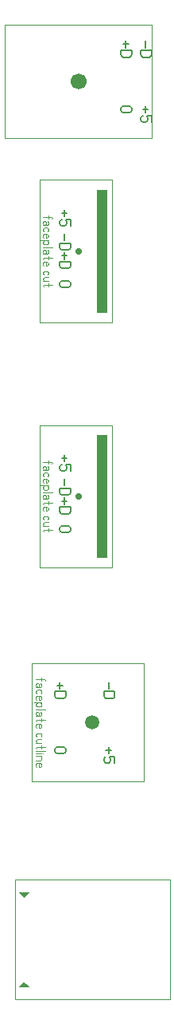
<source format=gbr>
%FSLAX34Y34*%
%MOMM*%
%LNCOPPER_BOTTOM*%
G71*
G01*
%ADD10C, 0.10*%
%ADD11C, 0.70*%
%ADD12C, 0.14*%
%ADD13C, 0.00*%
%ADD14C, 0.12*%
%ADD15C, 1.70*%
%ADD16C, 1.50*%
%LPD*%
G54D10*
X21100Y545501D02*
X21100Y394501D01*
X-56100Y394501D01*
X-56100Y545501D01*
X21100Y545501D01*
X-15000Y470000D02*
G54D11*
D03*
G54D12*
X-29844Y468570D02*
X-29844Y461636D01*
G54D12*
X-26956Y465103D02*
X-32733Y465103D01*
G54D12*
X-34900Y458459D02*
X-23345Y458459D01*
X-23345Y454126D01*
X-24067Y452392D01*
X-25511Y451526D01*
X-32733Y451526D01*
X-34178Y452392D01*
X-34900Y454126D01*
X-34900Y458459D01*
G54D12*
X-29844Y488570D02*
X-29844Y481636D01*
G54D12*
X-34900Y478459D02*
X-23345Y478459D01*
X-23345Y474126D01*
X-24067Y472392D01*
X-25511Y471526D01*
X-32733Y471526D01*
X-34178Y472392D01*
X-34900Y474126D01*
X-34900Y478459D01*
G54D12*
X-29844Y513570D02*
X-29844Y506636D01*
G54D12*
X-26956Y510103D02*
X-32733Y510103D01*
G54D12*
X-23345Y496526D02*
X-23345Y503459D01*
X-28400Y503459D01*
X-28400Y502592D01*
X-27678Y500859D01*
X-27678Y499126D01*
X-28400Y497392D01*
X-29844Y496526D01*
X-32733Y496526D01*
X-34178Y497392D01*
X-34900Y499126D01*
X-34900Y500859D01*
X-34178Y502592D01*
X-32733Y503459D01*
G54D12*
X-25511Y431614D02*
X-32733Y431614D01*
X-34178Y432481D01*
X-34900Y434214D01*
X-34900Y435948D01*
X-34178Y437681D01*
X-32733Y438548D01*
X-25511Y438548D01*
X-24067Y437681D01*
X-23345Y435948D01*
X-23345Y434214D01*
X-24067Y432481D01*
X-25511Y431614D01*
G36*
X15000Y535082D02*
X15000Y405082D01*
X5000Y405082D01*
X5000Y535082D01*
X15000Y535082D01*
G37*
G54D13*
X15000Y535082D02*
X15000Y405082D01*
X5000Y405082D01*
X5000Y535082D01*
X15000Y535082D01*
G54D14*
X-52500Y506043D02*
X-43333Y506043D01*
X-42722Y505310D01*
X-43089Y504576D01*
G54D14*
X-47000Y507510D02*
X-47000Y504576D01*
G54D14*
X-47611Y501888D02*
X-47000Y500421D01*
X-47000Y498661D01*
X-48222Y497488D01*
X-52500Y497488D01*
G54D14*
X-50667Y497488D02*
X-49444Y498221D01*
X-49200Y499688D01*
X-49444Y501154D01*
X-50667Y501888D01*
X-51889Y501594D01*
X-52500Y500421D01*
X-52500Y499688D01*
X-52500Y499394D01*
X-51889Y498221D01*
X-50667Y497488D01*
G54D14*
X-47367Y491132D02*
X-47000Y492599D01*
X-47367Y494066D01*
X-48589Y494799D01*
X-51033Y494799D01*
X-52256Y494066D01*
X-52500Y492599D01*
X-52256Y491132D01*
G54D14*
X-51889Y484043D02*
X-52500Y485216D01*
X-52500Y486683D01*
X-51889Y488150D01*
X-50667Y488443D01*
X-48589Y488443D01*
X-47367Y487710D01*
X-47000Y486243D01*
X-47367Y484776D01*
X-48222Y484043D01*
X-49444Y484043D01*
X-49444Y488443D01*
G54D14*
X-47000Y481354D02*
X-54944Y481354D01*
G54D14*
X-50667Y481354D02*
X-52256Y480620D01*
X-52500Y479154D01*
X-52256Y477687D01*
X-51033Y476954D01*
X-48589Y476954D01*
X-47367Y477687D01*
X-47000Y479154D01*
X-47367Y480620D01*
X-48833Y481354D01*
G54D14*
X-52500Y474265D02*
X-42722Y474265D01*
G54D14*
X-47611Y471576D02*
X-47000Y470109D01*
X-47000Y468349D01*
X-48222Y467176D01*
X-52500Y467176D01*
G54D14*
X-50667Y467176D02*
X-49444Y467909D01*
X-49200Y469376D01*
X-49444Y470843D01*
X-50667Y471576D01*
X-51889Y471283D01*
X-52500Y470109D01*
X-52500Y469376D01*
X-52500Y469083D01*
X-51889Y467909D01*
X-50667Y467176D01*
G54D14*
X-42722Y463020D02*
X-51889Y463020D01*
X-52500Y462287D01*
X-52256Y461554D01*
G54D14*
X-47000Y464487D02*
X-47000Y461554D01*
G54D14*
X-51889Y454465D02*
X-52500Y455638D01*
X-52500Y457105D01*
X-51889Y458572D01*
X-50667Y458865D01*
X-48589Y458865D01*
X-47367Y458132D01*
X-47000Y456665D01*
X-47367Y455198D01*
X-48222Y454465D01*
X-49444Y454465D01*
X-49444Y458865D01*
G54D14*
X-47367Y445273D02*
X-47000Y446740D01*
X-47367Y448206D01*
X-48589Y448940D01*
X-51033Y448940D01*
X-52256Y448206D01*
X-52500Y446740D01*
X-52256Y445273D01*
G54D14*
X-47000Y438184D02*
X-52500Y438184D01*
G54D14*
X-51278Y438184D02*
X-52256Y438917D01*
X-52500Y440384D01*
X-52256Y441850D01*
X-51278Y442584D01*
X-47000Y442584D01*
G54D14*
X-42722Y434028D02*
X-51889Y434028D01*
X-52500Y433295D01*
X-52256Y432562D01*
G54D14*
X-47000Y435495D02*
X-47000Y432562D01*
G54D10*
X21100Y805501D02*
X21100Y654501D01*
X-56100Y654501D01*
X-56100Y805501D01*
X21100Y805501D01*
X-15000Y730000D02*
G54D11*
D03*
G54D12*
X-29844Y728570D02*
X-29844Y721636D01*
G54D12*
X-26956Y725103D02*
X-32733Y725103D01*
G54D12*
X-34900Y718459D02*
X-23345Y718459D01*
X-23345Y714126D01*
X-24067Y712392D01*
X-25511Y711526D01*
X-32733Y711526D01*
X-34178Y712392D01*
X-34900Y714126D01*
X-34900Y718459D01*
G54D12*
X-29844Y748570D02*
X-29844Y741636D01*
G54D12*
X-34900Y738459D02*
X-23345Y738459D01*
X-23345Y734126D01*
X-24067Y732392D01*
X-25511Y731526D01*
X-32733Y731526D01*
X-34178Y732392D01*
X-34900Y734126D01*
X-34900Y738459D01*
G54D12*
X-29844Y773570D02*
X-29844Y766636D01*
G54D12*
X-26956Y770103D02*
X-32733Y770103D01*
G54D12*
X-23345Y756526D02*
X-23345Y763459D01*
X-28400Y763459D01*
X-28400Y762592D01*
X-27678Y760859D01*
X-27678Y759126D01*
X-28400Y757392D01*
X-29844Y756526D01*
X-32733Y756526D01*
X-34178Y757392D01*
X-34900Y759126D01*
X-34900Y760859D01*
X-34178Y762592D01*
X-32733Y763459D01*
G54D12*
X-25511Y691614D02*
X-32733Y691614D01*
X-34178Y692481D01*
X-34900Y694214D01*
X-34900Y695948D01*
X-34178Y697681D01*
X-32733Y698548D01*
X-25511Y698548D01*
X-24067Y697681D01*
X-23345Y695948D01*
X-23345Y694214D01*
X-24067Y692481D01*
X-25511Y691614D01*
G36*
X15000Y795082D02*
X15000Y665082D01*
X5000Y665082D01*
X5000Y795082D01*
X15000Y795082D01*
G37*
G54D13*
X15000Y795082D02*
X15000Y665082D01*
X5000Y665082D01*
X5000Y795082D01*
X15000Y795082D01*
G54D14*
X-52500Y766043D02*
X-43333Y766043D01*
X-42722Y765310D01*
X-43089Y764576D01*
G54D14*
X-47000Y767510D02*
X-47000Y764576D01*
G54D14*
X-47611Y761888D02*
X-47000Y760421D01*
X-47000Y758661D01*
X-48222Y757488D01*
X-52500Y757488D01*
G54D14*
X-50667Y757488D02*
X-49444Y758221D01*
X-49200Y759688D01*
X-49444Y761154D01*
X-50667Y761888D01*
X-51889Y761594D01*
X-52500Y760421D01*
X-52500Y759688D01*
X-52500Y759394D01*
X-51889Y758221D01*
X-50667Y757488D01*
G54D14*
X-47367Y751132D02*
X-47000Y752599D01*
X-47367Y754066D01*
X-48589Y754799D01*
X-51033Y754799D01*
X-52256Y754066D01*
X-52500Y752599D01*
X-52256Y751132D01*
G54D14*
X-51889Y744043D02*
X-52500Y745216D01*
X-52500Y746683D01*
X-51889Y748150D01*
X-50667Y748443D01*
X-48589Y748443D01*
X-47367Y747710D01*
X-47000Y746243D01*
X-47367Y744776D01*
X-48222Y744043D01*
X-49444Y744043D01*
X-49444Y748443D01*
G54D14*
X-47000Y741354D02*
X-54944Y741354D01*
G54D14*
X-50667Y741354D02*
X-52256Y740620D01*
X-52500Y739154D01*
X-52256Y737687D01*
X-51033Y736954D01*
X-48589Y736954D01*
X-47367Y737687D01*
X-47000Y739154D01*
X-47367Y740620D01*
X-48833Y741354D01*
G54D14*
X-52500Y734265D02*
X-42722Y734265D01*
G54D14*
X-47611Y731576D02*
X-47000Y730109D01*
X-47000Y728349D01*
X-48222Y727176D01*
X-52500Y727176D01*
G54D14*
X-50667Y727176D02*
X-49444Y727909D01*
X-49200Y729376D01*
X-49444Y730843D01*
X-50667Y731576D01*
X-51889Y731283D01*
X-52500Y730109D01*
X-52500Y729376D01*
X-52500Y729083D01*
X-51889Y727909D01*
X-50667Y727176D01*
G54D14*
X-42722Y723020D02*
X-51889Y723020D01*
X-52500Y722287D01*
X-52256Y721554D01*
G54D14*
X-47000Y724487D02*
X-47000Y721554D01*
G54D14*
X-51889Y714465D02*
X-52500Y715638D01*
X-52500Y717105D01*
X-51889Y718572D01*
X-50667Y718865D01*
X-48589Y718865D01*
X-47367Y718132D01*
X-47000Y716665D01*
X-47367Y715198D01*
X-48222Y714465D01*
X-49444Y714465D01*
X-49444Y718865D01*
G54D14*
X-47367Y705273D02*
X-47000Y706740D01*
X-47367Y708207D01*
X-48589Y708940D01*
X-51033Y708940D01*
X-52256Y708207D01*
X-52500Y706740D01*
X-52256Y705273D01*
G54D14*
X-47000Y698184D02*
X-52500Y698184D01*
G54D14*
X-51278Y698184D02*
X-52256Y698917D01*
X-52500Y700384D01*
X-52256Y701851D01*
X-51278Y702584D01*
X-47000Y702584D01*
G54D14*
X-42722Y694028D02*
X-51889Y694028D01*
X-52500Y693295D01*
X-52256Y692562D01*
G54D14*
X-47000Y695495D02*
X-47000Y692562D01*
G54D10*
X63550Y970293D02*
X63550Y849893D01*
X-93550Y849893D01*
X-93550Y970293D01*
X63550Y970293D01*
G54D12*
X56506Y883893D02*
X56506Y876960D01*
G54D12*
X59394Y880426D02*
X53617Y880426D01*
G54D12*
X63006Y866849D02*
X63006Y873782D01*
X57950Y873782D01*
X57950Y872915D01*
X58672Y871182D01*
X58672Y869449D01*
X57950Y867715D01*
X56506Y866849D01*
X53617Y866849D01*
X52172Y867715D01*
X51450Y869449D01*
X51450Y871182D01*
X52172Y872915D01*
X53617Y873782D01*
G54D12*
X39839Y876960D02*
X32617Y876960D01*
X31172Y877826D01*
X30450Y879560D01*
X30450Y881293D01*
X31172Y883026D01*
X32617Y883893D01*
X39839Y883893D01*
X41283Y883026D01*
X42006Y881293D01*
X42006Y879560D01*
X41283Y877826D01*
X39839Y876960D01*
G54D12*
X56506Y952893D02*
X56506Y945960D01*
G54D12*
X51450Y942782D02*
X63006Y942782D01*
X63006Y938449D01*
X62283Y936715D01*
X60839Y935849D01*
X53617Y935849D01*
X52172Y936715D01*
X51450Y938449D01*
X51450Y942782D01*
G54D12*
X35506Y952893D02*
X35506Y945960D01*
G54D12*
X38394Y949426D02*
X32617Y949426D01*
G54D12*
X30450Y942782D02*
X42006Y942782D01*
X42006Y938449D01*
X41283Y936715D01*
X39839Y935849D01*
X32617Y935849D01*
X31172Y936715D01*
X30450Y938449D01*
X30450Y942782D01*
X-15000Y910000D02*
G54D15*
D03*
G54D12*
X17328Y203893D02*
X17328Y196960D01*
G54D12*
X20216Y200426D02*
X14439Y200426D01*
G54D12*
X23828Y186849D02*
X23828Y193782D01*
X18772Y193782D01*
X18772Y192915D01*
X19494Y191182D01*
X19494Y189449D01*
X18772Y187715D01*
X17328Y186849D01*
X14439Y186849D01*
X12994Y187715D01*
X12272Y189449D01*
X12272Y191182D01*
X12994Y192915D01*
X14439Y193782D01*
G54D12*
X-30439Y196960D02*
X-37661Y196960D01*
X-39106Y197826D01*
X-39828Y199560D01*
X-39828Y201293D01*
X-39106Y203026D01*
X-37661Y203893D01*
X-30439Y203893D01*
X-28995Y203026D01*
X-28272Y201293D01*
X-28272Y199560D01*
X-28995Y197826D01*
X-30439Y196960D01*
G54D12*
X17328Y272893D02*
X17328Y265960D01*
G54D12*
X12272Y262782D02*
X23828Y262782D01*
X23828Y258449D01*
X23105Y256715D01*
X21661Y255849D01*
X14439Y255849D01*
X12994Y256715D01*
X12272Y258449D01*
X12272Y262782D01*
G54D12*
X-34772Y272893D02*
X-34772Y265960D01*
G54D12*
X-31884Y269426D02*
X-37661Y269426D01*
G54D12*
X-39828Y262782D02*
X-28272Y262782D01*
X-28272Y258449D01*
X-28995Y256715D01*
X-30439Y255849D01*
X-37661Y255849D01*
X-39106Y256715D01*
X-39828Y258449D01*
X-39828Y262782D01*
X0Y230000D02*
G54D16*
D03*
G54D10*
X55000Y292500D02*
X55000Y167500D01*
X-65000Y167500D01*
X-65000Y292500D01*
X55000Y292500D01*
G54D14*
X-60000Y275826D02*
X-50833Y275826D01*
X-50222Y275093D01*
X-50589Y274360D01*
G54D14*
X-54500Y277293D02*
X-54500Y274360D01*
G54D14*
X-55111Y271671D02*
X-54500Y270204D01*
X-54500Y268444D01*
X-55722Y267271D01*
X-60000Y267271D01*
G54D14*
X-58167Y267271D02*
X-56944Y268004D01*
X-56700Y269471D01*
X-56944Y270938D01*
X-58167Y271671D01*
X-59389Y271378D01*
X-60000Y270204D01*
X-60000Y269471D01*
X-60000Y269178D01*
X-59389Y268004D01*
X-58167Y267271D01*
G54D14*
X-54867Y260915D02*
X-54500Y262382D01*
X-54867Y263849D01*
X-56089Y264582D01*
X-58533Y264582D01*
X-59756Y263849D01*
X-60000Y262382D01*
X-59756Y260915D01*
G54D14*
X-59389Y253826D02*
X-60000Y254999D01*
X-60000Y256466D01*
X-59389Y257933D01*
X-58167Y258226D01*
X-56089Y258226D01*
X-54867Y257493D01*
X-54500Y256026D01*
X-54867Y254559D01*
X-55722Y253826D01*
X-56944Y253826D01*
X-56944Y258226D01*
G54D14*
X-54500Y251137D02*
X-62444Y251137D01*
G54D14*
X-58167Y251137D02*
X-59756Y250404D01*
X-60000Y248937D01*
X-59756Y247470D01*
X-58533Y246737D01*
X-56089Y246737D01*
X-54867Y247470D01*
X-54500Y248937D01*
X-54867Y250404D01*
X-56333Y251137D01*
G54D14*
X-60000Y244048D02*
X-50222Y244048D01*
G54D14*
X-55111Y241359D02*
X-54500Y239892D01*
X-54500Y238132D01*
X-55722Y236959D01*
X-60000Y236959D01*
G54D14*
X-58167Y236959D02*
X-56944Y237692D01*
X-56700Y239159D01*
X-56944Y240626D01*
X-58167Y241359D01*
X-59389Y241066D01*
X-60000Y239892D01*
X-60000Y239159D01*
X-60000Y238866D01*
X-59389Y237692D01*
X-58167Y236959D01*
G54D14*
X-50222Y232803D02*
X-59389Y232803D01*
X-60000Y232070D01*
X-59756Y231337D01*
G54D14*
X-54500Y234270D02*
X-54500Y231337D01*
G54D14*
X-59389Y224248D02*
X-60000Y225421D01*
X-60000Y226888D01*
X-59389Y228355D01*
X-58167Y228648D01*
X-56089Y228648D01*
X-54867Y227915D01*
X-54500Y226448D01*
X-54867Y224981D01*
X-55722Y224248D01*
X-56944Y224248D01*
X-56944Y228648D01*
G54D14*
X-54867Y215056D02*
X-54500Y216523D01*
X-54867Y217990D01*
X-56089Y218723D01*
X-58533Y218723D01*
X-59756Y217990D01*
X-60000Y216523D01*
X-59756Y215056D01*
G54D14*
X-54500Y207967D02*
X-60000Y207967D01*
G54D14*
X-58778Y207967D02*
X-59756Y208700D01*
X-60000Y210167D01*
X-59756Y211634D01*
X-58778Y212367D01*
X-54500Y212367D01*
G54D14*
X-50222Y203811D02*
X-59389Y203811D01*
X-60000Y203078D01*
X-59756Y202345D01*
G54D14*
X-54500Y205278D02*
X-54500Y202345D01*
G54D14*
X-60000Y199656D02*
X-50222Y199656D01*
G54D14*
X-60000Y196967D02*
X-54500Y196967D01*
G54D14*
X-52667Y196967D02*
X-52667Y196967D01*
G54D14*
X-60000Y194278D02*
X-54500Y194278D01*
G54D14*
X-55722Y194278D02*
X-54867Y193545D01*
X-54500Y192078D01*
X-54867Y190611D01*
X-55722Y189878D01*
X-60000Y189878D01*
G54D14*
X-59389Y182789D02*
X-60000Y183962D01*
X-60000Y185429D01*
X-59389Y186896D01*
X-58167Y187189D01*
X-56089Y187189D01*
X-54867Y186456D01*
X-54500Y184989D01*
X-54867Y183522D01*
X-55722Y182789D01*
X-56944Y182789D01*
X-56944Y187189D01*
G54D10*
X82550Y-63500D02*
X-82550Y-63500D01*
X-82550Y63500D01*
X82550Y63500D01*
X82550Y-63500D01*
G36*
X-73200Y-45499D02*
X-78200Y-50499D01*
X-68200Y-50499D01*
X-73200Y-45499D01*
G37*
G54D13*
X-73200Y-45499D02*
X-78200Y-50499D01*
X-68200Y-50499D01*
X-73200Y-45499D01*
G36*
X-73200Y44499D02*
X-68200Y49499D01*
X-78200Y49499D01*
X-73200Y44499D01*
G37*
G54D13*
X-73200Y44499D02*
X-68200Y49499D01*
X-78200Y49499D01*
X-73200Y44499D01*
M02*

</source>
